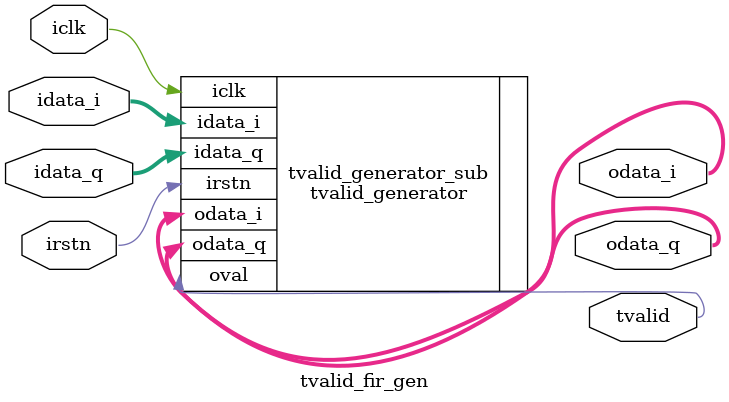
<source format=v>
module tvalid_fir_gen #(
parameter CLK_RATE = 276_480_000,
parameter SAMPLE_RATE = 30_720_000,
parameter DATA_W = 16 
)(
input  wire                   iclk,
input  wire                   irstn,

input wire  [DATA_W-1:0]	  idata_i,
input wire  [DATA_W-1:0]	  idata_q,

output wire [DATA_W-1:0]	  odata_i,
output wire [DATA_W-1:0]	  odata_q,
output wire                   tvalid
);

tvalid_generator 
#(
.CLK_RATE    (CLK_RATE),
.SAMPLE_RATE (SAMPLE_RATE),
.DATA_W      (DATA_W)
)
tvalid_generator_sub
(
.iclk    (iclk),
.irstn   (irstn),
.oval    (tvalid),

.idata_i (idata_i),
.idata_q (idata_q),

.odata_i (odata_i),
.odata_q (odata_q)
);
              
endmodule

</source>
